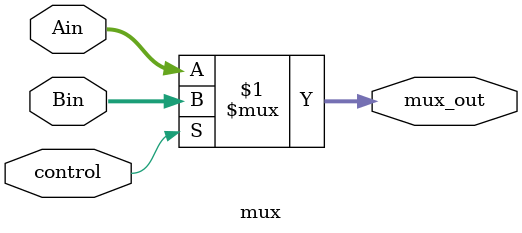
<source format=v>
`include "definitions.vh"



module mux#(
    parameter SIZE=8)(
    input [SIZE-1:0] Ain,
    input [SIZE-1:0] Bin,
    input control,
    output [SIZE-1:0] mux_out
    );
    assign mux_out = control?Bin:Ain;
endmodule

</source>
